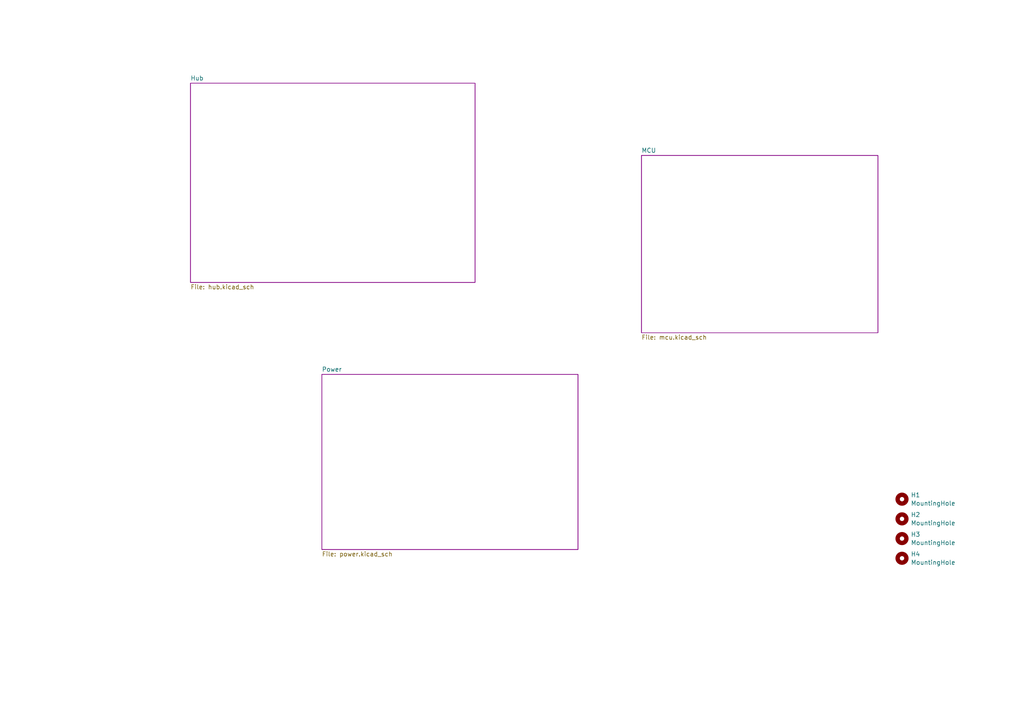
<source format=kicad_sch>
(kicad_sch (version 20230121) (generator eeschema)
  (paper "A4")
  (lib_symbols
    (symbol "Mechanical:MountingHole" (pin_names (offset 1.016))
      (property "Reference" "H" (at 0 5.08 0))
      (property "Value" "MountingHole" (at 0 3.175 0))
      (symbol "MountingHole_0_1"
        (circle (center 0 0) (radius 1.27) (stroke (width 1.27)))
      )
    )
  )
  (symbol (lib_id "Mechanical:MountingHole") (at 261.62 156.21 0) (unit 1)
    (property "Reference" "H3" (at 264.16 154.9979 0) (effects (justify left)))
    (property "Value" "MountingHole" (at 264.16 157.4221 0) (effects (justify left)))
    (property "Footprint" "MountingHole:MountingHole_3.2mm_M3" (effects hide))
  )
  (symbol (lib_id "Mechanical:MountingHole") (at 261.62 161.925 0) (unit 1)
    (property "Reference" "H4" (at 264.16 160.7129 0) (effects (justify left)))
    (property "Value" "MountingHole" (at 264.16 163.1371 0) (effects (justify left)))
    (property "Footprint" "MountingHole:MountingHole_3.2mm_M3" (effects hide))
  )
  (symbol (lib_id "Mechanical:MountingHole") (at 261.62 150.495 0) (unit 1)
    (property "Reference" "H2" (at 264.16 149.2829 0) (effects (justify left)))
    (property "Value" "MountingHole" (at 264.16 151.7071 0) (effects (justify left)))
    (property "Footprint" "MountingHole:MountingHole_3.2mm_M3" (effects hide))
  )
  (symbol (lib_id "Mechanical:MountingHole") (at 261.62 144.78 0) (unit 1)
    (property "Reference" "H1" (at 264.16 143.5679 0) (effects (justify left)))
    (property "Value" "MountingHole" (at 264.16 145.9921 0) (effects (justify left)))
    (property "Footprint" "MountingHole:MountingHole_3.2mm_M3" (effects hide))
  )
  (sheet (at 93.345 108.585) (size 74.295 50.8) (stroke (width 0.1524) (color 132 0 132 1)) (fill (color 255 255 255 0.0000))
    (property "Sheetname" "Power" (at 93.345 107.8734 0) (effects (justify left bottom)))
    (property "Sheetfile" "power.kicad_sch" (at 93.345 159.9696 0) (effects (justify left top)))
  )
  (sheet (at 55.245 24.13) (size 82.55 57.785) (stroke (width 0.1524) (color 132 0 132 1)) (fill (color 255 255 255 0.0000))
    (property "Sheetname" "Hub" (at 55.245 23.4184 0) (effects (justify left bottom)))
    (property "Sheetfile" "hub.kicad_sch" (at 55.245 82.4996 0) (effects (justify left top)))
  )
  (sheet (at 186.055 45.085) (size 68.58 51.435) (stroke (width 0.1524) (color 132 0 132 1)) (fill (color 255 255 255 0.0000))
    (property "Sheetname" "MCU" (at 186.055 44.3734 0) (effects (justify left bottom)))
    (property "Sheetfile" "mcu.kicad_sch" (at 186.055 97.1046 0) (effects (justify left top)))
  )
)
</source>
